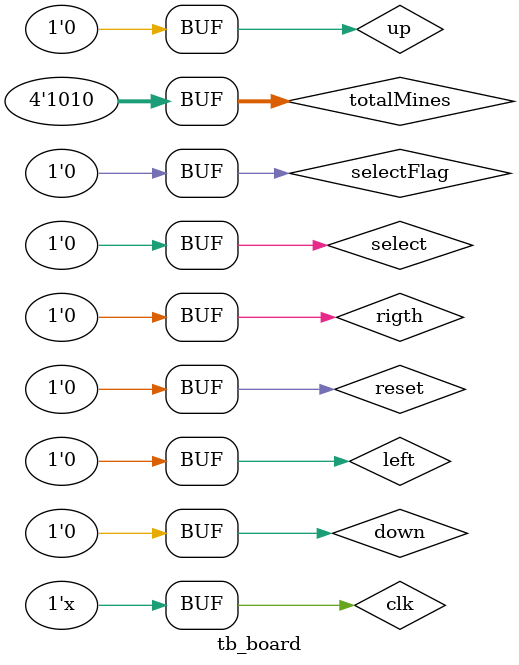
<source format=sv>
module tb_board;

	logic rigth = 0;
	logic left = 0;
	logic up = 0;
	logic down = 0;
	logic selectFlag = 0;
	logic select = 0;
	reg clk;
	reg rst;
	logic [3:0] totalMines;
	
	
	board board_inst (
    .rigth(rigth),
	 .left(left),
	 .up(up),
	 .down(down),
    .selectFlag(selectFlag),
    .select(select),
    .clk(clk),
    .reset(reset),
    .totalMines(totalMines)
);

  always #5 clk = ~clk;

  initial begin
	totalMines = 5;
    clk = 0;
    reset = 0; 
     
    // Reset
    reset = 1;
    #10 reset = 0;

    #100;
	 $display("-------------------------------------------------------------------------------");
    totalMines=10;
  end

endmodule 
</source>
